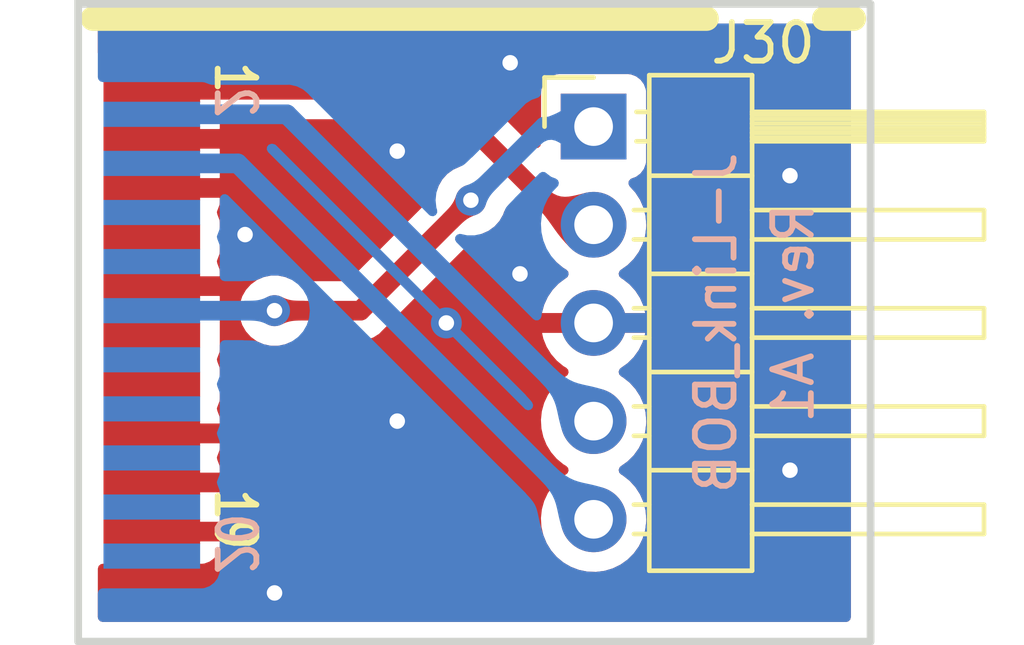
<source format=kicad_pcb>
(kicad_pcb (version 20211014) (generator pcbnew)
  (title_block (title "J-Link_BOB") (date "2023-04-16") (rev "A1") (company "MAG Laboratory"))
  (layers (0 "F.Cu" signal) (31 "B.Cu" signal) (34 "B.Paste" user) (35 "F.Paste" user) (36 "B.SilkS" user "B.Silkscreen") (37 "F.SilkS" user "F.Silkscreen") (38 "B.Mask" user) (39 "F.Mask" user) (44 "Edge.Cuts" user))
  (net 0 "")
  (net 1 "/VTARGET")
  (net 2 "/SWDIO")
  (net 3 "GND")
  (net 4 "/SWCLK")
  (net 8 "/~{RESET}")
  (footprint "THIS:PAD_2.5x0.65mm" (layer "F.Cu") (at 131.29 110.8925)
    (fp_text reference "J13")
    (fp_text value "Conn_01x01_Female")
    (pad "1" smd rect (at 0 0) (size 2.5 0.65) (layers "F.Cu" "F.Paste" "F.Mask"))
  )
  (footprint "THIS:PAD_2.5x0.65mm" (layer "F.Cu") (at 131.29 114.7025)
    (fp_text reference "J19")
    (fp_text value "Conn_01x01_Female")
    (pad "1" smd rect (at 0 0) (size 2.5 0.65) (layers "F.Cu" "F.Paste" "F.Mask") (net 3 "GND"))
  )
  (footprint "THIS:PAD_2.5x0.65mm" (layer "F.Cu") (at 131.29 113.4325)
    (fp_text reference "J17")
    (fp_text value "Conn_01x01_Female")
    (pad "1" smd rect (at 0 0) (size 2.5 0.65) (layers "F.Cu" "F.Paste" "F.Mask") (net 3 "GND"))
  )
  (footprint "THIS:PAD_2.5x0.65mm" (layer "F.Cu") (at 131.29 112.1625)
    (fp_text reference "J15")
    (fp_text value "Conn_01x01_Female")
    (pad "1" smd rect (at 0 0) (size 2.5 0.65) (layers "F.Cu" "F.Paste" "F.Mask") (net 3 "GND"))
  )
  (footprint "THIS:PAD_2.5x0.65mm" (layer "F.Cu") (at 131.29 108.3525)
    (fp_text reference "J9")
    (fp_text value "Conn_01x01_Female")
    (pad "1" smd rect (at 0 0) (size 2.5 0.65) (layers "F.Cu" "F.Paste" "F.Mask") (net 3 "GND"))
  )
  (footprint "THIS:PAD_2.5x0.65mm" (layer "F.Cu") (at 131.29 104.5425)
    (fp_text reference "J3")
    (fp_text value "Conn_01x01_Female")
    (pad "1" smd rect (at 0 0) (size 2.5 0.65) (layers "F.Cu" "F.Paste" "F.Mask") (net 3 "GND"))
  )
  (footprint "Connector_PinHeader_2.54mm:PinHeader_1x05_P2.54mm_Horizontal" (layer "F.Cu") (at 142.72 104.225)
    (fp_text reference "J30" (at 4.385 -2.159) (layer "F.SilkS"))
    (fp_text value "Conn_01x05_Male")
    (fp_line (start 1.042929 5.46) (end 1.44 5.46) (layer "F.SilkS") (width 0.12))
    (fp_line (start 1.042929 4.7) (end 1.44 4.7) (layer "F.SilkS") (width 0.12))
    (fp_line (start 1.042929 7.24) (end 1.44 7.24) (layer "F.SilkS") (width 0.12))
    (fp_line (start 4.1 0.04) (end 10.1 0.04) (layer "F.SilkS") (width 0.12))
    (fp_line (start -1.27 -1.27) (end 0 -1.27) (layer "F.SilkS") (width 0.12))
    (fp_line (start 1.44 3.81) (end 4.1 3.81) (layer "F.SilkS") (width 0.12))
    (fp_line (start 4.1 4.7) (end 10.1 4.7) (layer "F.SilkS") (width 0.12))
    (fp_line (start 10.1 10.54) (end 4.1 10.54) (layer "F.SilkS") (width 0.12))
    (fp_line (start 1.44 1.27) (end 4.1 1.27) (layer "F.SilkS") (width 0.12))
    (fp_line (start 1.042929 10.54) (end 1.44 10.54) (layer "F.SilkS") (width 0.12))
    (fp_line (start 4.1 -0.38) (end 10.1 -0.38) (layer "F.SilkS") (width 0.12))
    (fp_line (start 4.1 -0.32) (end 10.1 -0.32) (layer "F.SilkS") (width 0.12))
    (fp_line (start 4.1 7.24) (end 10.1 7.24) (layer "F.SilkS") (width 0.12))
    (fp_line (start 1.042929 9.78) (end 1.44 9.78) (layer "F.SilkS") (width 0.12))
    (fp_line (start 1.44 8.89) (end 4.1 8.89) (layer "F.SilkS") (width 0.12))
    (fp_line (start 1.042929 2.16) (end 1.44 2.16) (layer "F.SilkS") (width 0.12))
    (fp_line (start 10.1 -0.38) (end 10.1 0.38) (layer "F.SilkS") (width 0.12))
    (fp_line (start 10.1 7.24) (end 10.1 8) (layer "F.SilkS") (width 0.12))
    (fp_line (start 1.44 -1.33) (end 1.44 11.49) (layer "F.SilkS") (width 0.12))
    (fp_line (start 4.1 0.28) (end 10.1 0.28) (layer "F.SilkS") (width 0.12))
    (fp_line (start 1.042929 2.92) (end 1.44 2.92) (layer "F.SilkS") (width 0.12))
    (fp_line (start 10.1 2.16) (end 10.1 2.92) (layer "F.SilkS") (width 0.12))
    (fp_line (start 4.1 -0.2) (end 10.1 -0.2) (layer "F.SilkS") (width 0.12))
    (fp_line (start 4.1 2.16) (end 10.1 2.16) (layer "F.SilkS") (width 0.12))
    (fp_line (start 10.1 9.78) (end 10.1 10.54) (layer "F.SilkS") (width 0.12))
    (fp_line (start 10.1 0.38) (end 4.1 0.38) (layer "F.SilkS") (width 0.12))
    (fp_line (start -1.27 0) (end -1.27 -1.27) (layer "F.SilkS") (width 0.12))
    (fp_line (start 1.11 0.38) (end 1.44 0.38) (layer "F.SilkS") (width 0.12))
    (fp_line (start 10.1 5.46) (end 4.1 5.46) (layer "F.SilkS") (width 0.12))
    (fp_line (start 10.1 2.92) (end 4.1 2.92) (layer "F.SilkS") (width 0.12))
    (fp_line (start 1.44 6.35) (end 4.1 6.35) (layer "F.SilkS") (width 0.12))
    (fp_line (start 4.1 -0.08) (end 10.1 -0.08) (layer "F.SilkS") (width 0.12))
    (fp_line (start 10.1 4.7) (end 10.1 5.46) (layer "F.SilkS") (width 0.12))
    (fp_line (start 4.1 9.78) (end 10.1 9.78) (layer "F.SilkS") (width 0.12))
    (fp_line (start 10.1 8) (end 4.1 8) (layer "F.SilkS") (width 0.12))
    (fp_line (start 1.042929 8) (end 1.44 8) (layer "F.SilkS") (width 0.12))
    (fp_line (start 4.1 -1.33) (end 1.44 -1.33) (layer "F.SilkS") (width 0.12))
    (fp_line (start 1.11 -0.38) (end 1.44 -0.38) (layer "F.SilkS") (width 0.12))
    (fp_line (start 4.1 11.49) (end 4.1 -1.33) (layer "F.SilkS") (width 0.12))
    (fp_line (start 1.44 11.49) (end 4.1 11.49) (layer "F.SilkS") (width 0.12))
    (fp_line (start 4.1 0.16) (end 10.1 0.16) (layer "F.SilkS") (width 0.12))
    (pad "1" thru_hole rect (at 0 0) (size 1.7 1.7) (drill 1) (layers *.Cu *.Mask) (net 8 "/~{RESET}"))
    (pad "2" thru_hole oval (at 0 2.54) (size 1.7 1.7) (drill 1) (layers *.Cu *.Mask) (net 1 "/VTARGET"))
    (pad "3" thru_hole oval (at 0 5.08) (size 1.7 1.7) (drill 1) (layers *.Cu *.Mask) (net 3 "GND"))
    (pad "4" thru_hole oval (at 0 7.62) (size 1.7 1.7) (drill 1) (layers *.Cu *.Mask) (net 2 "/SWDIO"))
    (pad "5" thru_hole oval (at 0 10.16) (size 1.7 1.7) (drill 1) (layers *.Cu *.Mask) (net 4 "/SWCLK"))
  )
  (footprint "THIS:PAD_2.5x0.65mm" (layer "F.Cu") (at 131.29 107.0825)
    (fp_text reference "J7")
    (fp_text value "Conn_01x01_Female")
    (pad "1" smd rect (at 0 0) (size 2.5 0.65) (layers "F.Cu" "F.Paste" "F.Mask"))
  )
  (footprint "THIS:PAD_2.5x0.65mm" (layer "F.Cu") (at 131.29 103.2725)
    (fp_text reference "J1")
    (fp_text value "Conn_01x01_Female")
    (pad "1" smd rect (at 0 0) (size 2.5 0.65) (layers "F.Cu" "F.Paste" "F.Mask") (net 1 "/VTARGET"))
  )
  (footprint "THIS:PAD_2.5x0.65mm" (layer "F.Cu") (at 131.29 105.8125)
    (fp_text reference "J5")
    (fp_text value "Conn_01x01_Female")
    (pad "1" smd rect (at 0 0) (size 2.5 0.65) (layers "F.Cu" "F.Paste" "F.Mask") (net 3 "GND"))
  )
  (footprint "THIS:PAD_2.5x0.65mm" (layer "F.Cu") (at 131.29 109.6225)
    (fp_text reference "J11")
    (fp_text value "Conn_01x01_Female")
    (pad "1" smd rect (at 0 0) (size 2.5 0.65) (layers "F.Cu" "F.Paste" "F.Mask"))
  )
  (footprint "THIS:PAD_2.5x0.65mm" (layer "B.Cu") (at 131.29 112.7975 180)
    (fp_text reference "J16")
    (fp_text value "Conn_01x01_Female")
    (pad "1" smd rect (at 0 0 180) (size 2.5 0.65) (layers "B.Cu" "B.Paste" "B.Mask"))
  )
  (footprint "THIS:PAD_2.5x0.65mm" (layer "B.Cu") (at 131.29 107.7175 180)
    (fp_text reference "J8")
    (fp_text value "Conn_01x01_Female")
    (pad "1" smd rect (at 0 0 180) (size 2.5 0.65) (layers "B.Cu" "B.Paste" "B.Mask"))
  )
  (footprint "THIS:PAD_2.5x0.65mm" (layer "B.Cu") (at 131.29 103.9075 180)
    (fp_text reference "J2")
    (fp_text value "Conn_01x01_Female")
    (pad "1" smd rect (at 0 0 180) (size 2.5 0.65) (layers "B.Cu" "B.Paste" "B.Mask") (net 2 "/SWDIO"))
  )
  (footprint "THIS:PAD_2.5x0.65mm" (layer "B.Cu") (at 131.29 106.4475 180)
    (fp_text reference "J6")
    (fp_text value "Conn_01x01_Female")
    (pad "1" smd rect (at 0 0 180) (size 2.5 0.65) (layers "B.Cu" "B.Paste" "B.Mask"))
  )
  (footprint "THIS:PAD_2.5x0.65mm" (layer "B.Cu") (at 131.29 115.3375 180)
    (fp_text reference "J20")
    (fp_text value "Conn_01x01_Female")
    (pad "1" smd rect (at 0 0 180) (size 2.5 0.65) (layers "B.Cu" "B.Paste" "B.Mask"))
  )
  (footprint "THIS:PAD_2.5x0.65mm" (layer "B.Cu") (at 131.29 105.1775 180)
    (fp_text reference "J4")
    (fp_text value "Conn_01x01_Female")
    (pad "1" smd rect (at 0 0 180) (size 2.5 0.65) (layers "B.Cu" "B.Paste" "B.Mask") (net 4 "/SWCLK"))
  )
  (footprint "THIS:PAD_2.5x0.65mm" (layer "B.Cu") (at 131.29 108.9875 180)
    (fp_text reference "J10")
    (fp_text value "Conn_01x01_Female")
    (pad "1" smd rect (at 0 0 180) (size 2.5 0.65) (layers "B.Cu" "B.Paste" "B.Mask") (net 8 "/~{RESET}"))
  )
  (footprint "THIS:PAD_2.5x0.65mm" (layer "B.Cu") (at 131.29 114.0675 180)
    (fp_text reference "J18")
    (fp_text value "Conn_01x01_Female")
    (pad "1" smd rect (at 0 0 180) (size 2.5 0.65) (layers "B.Cu" "B.Paste" "B.Mask"))
  )
  (footprint "THIS:PAD_2.5x0.65mm" (layer "B.Cu") (at 131.29 110.2575 180)
    (fp_text reference "J12")
    (fp_text value "Conn_01x01_Female")
    (pad "1" smd rect (at 0 0 180) (size 2.5 0.65) (layers "B.Cu" "B.Paste" "B.Mask"))
  )
  (footprint "THIS:PAD_2.5x0.65mm" (layer "B.Cu") (at 131.29 111.5275 180)
    (fp_text reference "J14")
    (fp_text value "Conn_01x01_Female")
    (pad "1" smd rect (at 0 0 180) (size 2.5 0.65) (layers "B.Cu" "B.Paste" "B.Mask"))
  )
  (gr_line (start 129.766 101.431) (end 145.641 101.431) (layer "F.SilkS") (width 0.635))
  (gr_line (start 148.689 101.431) (end 149.451 101.431) (layer "F.SilkS") (width 0.635))
  (gr_rect (start 129.385 101.05) (end 149.885 117.55) (layer "Edge.Cuts") (width 0.2) (fill none))
  (gr_text "20" (at 133.449 115.02 -90) (layer "B.SilkS") (effects (font (size 1 0.8)) (justify mirror)))
  (gr_text "2" (at 133.449 103.59 -90) (layer "B.SilkS") (effects (font (size 1 0.8)) (justify mirror)))
  (gr_text "${TITLE}" (at 145.885 109.305 90) (layer "B.SilkS") (effects (font (size 1 1)) (justify mirror)))
  (gr_text "Rev. ${REVISION}" (at 147.885 109.05 90) (layer "B.SilkS") (effects (font (size 1 1)) (justify mirror)))
  (gr_text "19" (at 133.449 114.385 270) (layer "F.SilkS") (effects (font (size 1 0.8))))
  (gr_text "1" (at 133.449 102.955 270) (layer "F.SilkS") (effects (font (size 1 0.8))))
  (segment (start 142.085 106.765) (end 138.5925 103.2725) (width 0.508) (layer "F.Cu") (net 1))
  (segment (start 142.72 106.765) (end 142.085 106.765) (width 0.25) (layer "F.Cu") (net 1))
  (segment (start 138.5925 103.2725) (end 131.29 103.2725) (width 0.508) (layer "F.Cu") (net 1))
  (segment (start 131.29 103.9075) (end 134.7825 103.9075) (width 0.508) (layer "B.Cu") (net 2))
  (segment (start 134.7825 103.9075) (end 142.72 111.845) (width 0.508) (layer "B.Cu") (net 2))
  (segment (start 131.29 112.1625) (end 135.4175 112.1625) (width 0.508) (layer "F.Cu") (net 3))
  (segment (start 135.4175 112.1625) (end 138.275 109.305) (width 0.508) (layer "F.Cu") (net 3))
  (segment (start 138.91 109.305) (end 142.72 109.305) (width 0.508) (layer "F.Cu") (net 3))
  (segment (start 138.275 109.305) (end 138.91 109.305) (width 0.508) (layer "F.Cu") (net 3))
  (via (at 147.8 105.495) (size 0.8) (drill 0.4) (layers "F.Cu" "B.Cu") (net 3))
  (via (at 140.561 102.574) (size 0.8) (drill 0.4) (layers "F.Cu" "B.Cu") (net 3))
  (via (at 134.465 116.29) (size 0.8) (drill 0.4) (layers "F.Cu" "B.Cu") (net 3))
  (via (at 140.815 108.035) (size 0.8) (drill 0.4) (layers "F.Cu" "B.Cu") (net 3))
  (via (at 138.91 109.305) (size 0.8) (drill 0.4) (layers "F.Cu" "B.Cu") (net 3))
  (via (at 137.64 104.86) (size 0.8) (drill 0.4) (layers "F.Cu" "B.Cu") (net 3))
  (via (at 147.8 113.115) (size 0.8) (drill 0.4) (layers "F.Cu" "B.Cu") (net 3))
  (via (at 137.64 111.845) (size 0.8) (drill 0.4) (layers "F.Cu" "B.Cu") (net 3))
  (via (at 133.703 107.019) (size 0.8) (drill 0.4) (layers "F.Cu" "B.Cu") (net 3))
  (segment (start 133.5125 105.1775) (end 142.72 114.385) (width 0.508) (layer "B.Cu") (net 4))
  (segment (start 131.29 105.1775) (end 133.5125 105.1775) (width 0.508) (layer "B.Cu") (net 4))
  (segment (start 136.6875 108.9875) (end 139.545 106.13) (width 0.508) (layer "F.Cu") (net 8))
  (segment (start 134.465 108.9875) (end 136.6875 108.9875) (width 0.508) (layer "F.Cu") (net 8))
  (via (at 134.465 108.9875) (size 0.8) (drill 0.4) (layers "F.Cu" "B.Cu") (net 8))
  (via (at 139.545 106.13) (size 0.8) (drill 0.4) (layers "F.Cu" "B.Cu") (net 8))
  (segment (start 142.72 104.225) (end 141.45 104.225) (width 0.508) (layer "B.Cu") (net 8))
  (segment (start 134.465 108.9875) (end 131.29 108.9875) (width 0.508) (layer "B.Cu") (net 8))
  (segment (start 141.45 104.225) (end 139.545 106.13) (width 0.508) (layer "B.Cu") (net 8))
  (zone (net 8) (net_name "/~{RESET}") (layer "F.Cu") (priority 16962) (connect_pads yes (clearance 0)) (min_thickness 0.0254) (fill yes (thermal_gap 0.508) (thermal_bridge_width 0.508))
    (polygon (pts (xy 139.165992 106.868218) (xy 139.228166 106.806466) (xy 139.283308 106.753071) (xy 139.333126 106.707041) (xy 139.379329 106.667386) (xy 139.423624 106.633115) (xy 139.46772 106.603238) (xy 139.513324 106.576762) (xy 139.562145 106.552699) (xy 139.615891 106.530057) (xy 139.67627 106.507846) (xy 139.686421 105.988579) (xy 139.167154 105.99873) (xy 139.144942 106.059108) (xy 139.1223 106.112854) (xy 139.098237 106.161675) (xy 139.071761 106.207279) (xy 139.041884 106.251375) (xy 139.007613 106.29567) (xy 138.967958 106.341873) (xy 138.921928 106.391691) (xy 138.868533 106.446833) (xy 138.806782 106.509008)))
  )
  (zone (net 3) (net_name "GND") (layers F&B.Cu) (connect_pads (clearance 0.508)) (min_thickness 0.254) (fill yes (thermal_gap 0.508) (thermal_bridge_width 0.508) (smoothing fillet) (radius 0.254))
    (polygon (pts (xy 149.705 117.56) (xy 129.385 117.56) (xy 129.385 101.05) (xy 149.705 101.05)))
  )
  (zone (net 1) (net_name "/VTARGET") (layer "F.Cu") (priority 16962) (connect_pads yes (clearance 0)) (min_thickness 0.0254) (fill yes (thermal_gap 0.508) (thermal_bridge_width 0.508))
    (polygon (pts (xy 131.935 103.0185) (xy 131.862898 103.019032) (xy 131.797555 103.020223) (xy 131.73825 103.021459) (xy 131.684263 103.022129) (xy 131.634873 103.021621) (xy 131.589359 103.019324) (xy 131.547002 103.014625) (xy 131.507081 103.006912) (xy 131.468875 102.995575) (xy 131.431664 102.98) (xy 131.1275 103.2725) (xy 131.431664 103.565) (xy 131.468875 103.549424) (xy 131.507081 103.538087) (xy 131.547002 103.530374) (xy 131.589359 103.525675) (xy 131.634873 103.523378) (xy 131.684263 103.52287) (xy 131.73825 103.52354) (xy 131.797555 103.524776) (xy 131.862898 103.525967) (xy 131.935 103.5265)))
  )
  (zone (net 1) (net_name "/VTARGET") (layer "F.Cu") (priority 16962) (connect_pads yes (clearance 0)) (min_thickness 0.0254) (fill yes (thermal_gap 0.508) (thermal_bridge_width 0.508))
    (polygon (pts (xy 141.106366 106.145576) (xy 141.257984 106.303014) (xy 141.380827 106.441655) (xy 141.48149 106.5656) (xy 141.566566 106.678946) (xy 141.642649 106.785794) (xy 141.716333 106.890243) (xy 141.794212 106.996392) (xy 141.88288 107.108342) (xy 141.988931 107.230191) (xy 142.11896 107.36604) (xy 143.13348 106.863278) (xy 142.536437 105.935058) (xy 142.406807 105.965536) (xy 142.287988 105.994723) (xy 142.177805 106.019323) (xy 142.074083 106.036042) (xy 141.974645 106.041585) (xy 141.877315 106.032658) (xy 141.779919 106.005967) (xy 141.680281 105.958218) (xy 141.576225 105.886115) (xy 141.465576 105.786366)))
  )
  (zone (net 8) (net_name "/~{RESET}") (layer "F.Cu") (priority 16962) (connect_pads yes (clearance 0)) (min_thickness 0.0254) (fill yes (thermal_gap 0.508) (thermal_bridge_width 0.508))
    (polygon (pts (xy 135.255 108.7335) (xy 135.167371 108.7332) (xy 135.090623 108.731965) (xy 135.022848 108.729286) (xy 134.962137 108.724656) (xy 134.906582 108.717568) (xy 134.854275 108.707514) (xy 134.803307 108.693988) (xy 134.75177 108.676481) (xy 134.697755 108.654488) (xy 134.639355 108.6275) (xy 134.265 108.9875) (xy 134.639355 109.3475) (xy 134.697755 109.320511) (xy 134.75177 109.298518) (xy 134.803307 109.281011) (xy 134.854275 109.267485) (xy 134.906582 109.257431) (xy 134.962137 109.250343) (xy 135.022848 109.245713) (xy 135.090623 109.243034) (xy 135.167371 109.241799) (xy 135.255 109.2415)))
  )
  (zone (net 4) (net_name "/SWCLK") (layer "B.Cu") (priority 16962) (connect_pads yes (clearance 0)) (min_thickness 0.0254) (fill yes (thermal_gap 0.508) (thermal_bridge_width 0.508))
    (polygon (pts (xy 141.345386 113.369596) (xy 141.477584 113.511933) (xy 141.577835 113.641305) (xy 141.651867 113.7615) (xy 141.705406 113.876303) (xy 141.744182 113.989501) (xy 141.773922 114.10488) (xy 141.800353 114.226228) (xy 141.829204 114.357331) (xy 141.866202 114.501976) (xy 141.917076 114.663949) (xy 143.02052 114.68552) (xy 142.998949 113.582076) (xy 142.836976 113.531202) (xy 142.692331 113.494204) (xy 142.561228 113.465353) (xy 142.43988 113.438922) (xy 142.324501 113.409182) (xy 142.211303 113.370406) (xy 142.0965 113.316867) (xy 141.976305 113.242835) (xy 141.846933 113.142584) (xy 141.704596 113.010386)))
  )
  (zone (net 2) (net_name "/SWDIO") (layer "B.Cu") (priority 16962) (connect_pads yes (clearance 0)) (min_thickness 0.0254) (fill yes (thermal_gap 0.508) (thermal_bridge_width 0.508))
    (polygon (pts (xy 141.345386 110.829596) (xy 141.477584 110.971933) (xy 141.577835 111.101305) (xy 141.651867 111.2215) (xy 141.705406 111.336303) (xy 141.744182 111.449501) (xy 141.773922 111.56488) (xy 141.800353 111.686228) (xy 141.829204 111.817331) (xy 141.866202 111.961976) (xy 141.917076 112.123949) (xy 143.02052 112.14552) (xy 142.998949 111.042076) (xy 142.836976 110.991202) (xy 142.692331 110.954204) (xy 142.561228 110.925353) (xy 142.43988 110.898922) (xy 142.324501 110.869182) (xy 142.211303 110.830406) (xy 142.0965 110.776867) (xy 141.976305 110.702835) (xy 141.846933 110.602584) (xy 141.704596 110.470386)))
  )
  (zone (net 2) (net_name "/SWDIO") (layer "B.Cu") (priority 16962) (connect_pads yes (clearance 0)) (min_thickness 0.0254) (fill yes (thermal_gap 0.508) (thermal_bridge_width 0.508))
    (polygon (pts (xy 131.935 103.6535) (xy 131.862898 103.654032) (xy 131.797555 103.655223) (xy 131.73825 103.656459) (xy 131.684263 103.657129) (xy 131.634873 103.656621) (xy 131.589359 103.654324) (xy 131.547002 103.649625) (xy 131.507081 103.641912) (xy 131.468875 103.630575) (xy 131.431664 103.615) (xy 131.1275 103.9075) (xy 131.431664 104.2) (xy 131.468875 104.184424) (xy 131.507081 104.173087) (xy 131.547002 104.165374) (xy 131.589359 104.160675) (xy 131.634873 104.158378) (xy 131.684263 104.15787) (xy 131.73825 104.15854) (xy 131.797555 104.159776) (xy 131.862898 104.160967) (xy 131.935 104.1615)))
  )
  (zone (net 4) (net_name "/SWCLK") (layer "B.Cu") (priority 16962) (connect_pads yes (clearance 0)) (min_thickness 0.0254) (fill yes (thermal_gap 0.508) (thermal_bridge_width 0.508))
    (polygon (pts (xy 131.935 104.9235) (xy 131.862898 104.924032) (xy 131.797555 104.925223) (xy 131.73825 104.926459) (xy 131.684263 104.927129) (xy 131.634873 104.926621) (xy 131.589359 104.924324) (xy 131.547002 104.919625) (xy 131.507081 104.911912) (xy 131.468875 104.900575) (xy 131.431664 104.885) (xy 131.1275 105.1775) (xy 131.431664 105.47) (xy 131.468875 105.454424) (xy 131.507081 105.443087) (xy 131.547002 105.435374) (xy 131.589359 105.430675) (xy 131.634873 105.428378) (xy 131.684263 105.42787) (xy 131.73825 105.42854) (xy 131.797555 105.429776) (xy 131.862898 105.430967) (xy 131.935 105.4315)))
  )
  (zone (net 8) (net_name "/~{RESET}") (layer "B.Cu") (priority 16962) (connect_pads yes (clearance 0)) (min_thickness 0.0254) (fill yes (thermal_gap 0.508) (thermal_bridge_width 0.508))
    (polygon (pts (xy 139.924008 105.391782) (xy 139.861833 105.453533) (xy 139.806691 105.506928) (xy 139.756873 105.552958) (xy 139.71067 105.592613) (xy 139.666375 105.626884) (xy 139.622279 105.656761) (xy 139.576675 105.683237) (xy 139.527854 105.7073) (xy 139.474108 105.729942) (xy 139.41373 105.752154) (xy 139.403579 106.271421) (xy 139.922846 106.26127) (xy 139.945057 106.200891) (xy 139.967699 106.147145) (xy 139.991762 106.098324) (xy 140.018238 106.05272) (xy 140.048115 106.008624) (xy 140.082386 105.964329) (xy 140.122041 105.918126) (xy 140.168071 105.868308) (xy 140.221466 105.813166) (xy 140.283218 105.750992)))
  )
  (zone (net 8) (net_name "/~{RESET}") (layer "B.Cu") (priority 16962) (connect_pads yes (clearance 0)) (min_thickness 0.0254) (fill yes (thermal_gap 0.508) (thermal_bridge_width 0.508))
    (polygon (pts (xy 133.675 109.2415) (xy 133.762628 109.241799) (xy 133.839376 109.243034) (xy 133.907151 109.245713) (xy 133.967862 109.250343) (xy 134.023417 109.257431) (xy 134.075724 109.267485) (xy 134.126692 109.281011) (xy 134.178229 109.298518) (xy 134.232244 109.320511) (xy 134.290645 109.3475) (xy 134.665 108.9875) (xy 134.290645 108.6275) (xy 134.232244 108.654488) (xy 134.178229 108.676481) (xy 134.126692 108.693988) (xy 134.075724 108.707514) (xy 134.023417 108.717568) (xy 133.967862 108.724656) (xy 133.907151 108.729286) (xy 133.839376 108.731965) (xy 133.762628 108.7332) (xy 133.675 108.7335)))
  )
  (zone (net 8) (net_name "/~{RESET}") (layer "B.Cu") (priority 16962) (connect_pads yes (clearance 0)) (min_thickness 0.0254) (fill yes (thermal_gap 0.508) (thermal_bridge_width 0.508))
    (polygon (pts (xy 131.935 108.7335) (xy 131.862898 108.734032) (xy 131.797555 108.735223) (xy 131.73825 108.736459) (xy 131.684263 108.737129) (xy 131.634873 108.736621) (xy 131.589359 108.734324) (xy 131.547002 108.729625) (xy 131.507081 108.721912) (xy 131.468875 108.710575) (xy 131.431664 108.695) (xy 131.1275 108.9875) (xy 131.431664 109.28) (xy 131.468875 109.264424) (xy 131.507081 109.253087) (xy 131.547002 109.245374) (xy 131.589359 109.240675) (xy 131.634873 109.238378) (xy 131.684263 109.23787) (xy 131.73825 109.23854) (xy 131.797555 109.239776) (xy 131.862898 109.240967) (xy 131.935 109.2415)))
  )
  (zone (net 8) (net_name "/~{RESET}") (layer "B.Cu") (priority 16962) (connect_pads yes (clearance 0)) (min_thickness 0.0254) (fill yes (thermal_gap 0.508) (thermal_bridge_width 0.508))
    (polygon (pts (xy 141.32555 104.708661) (xy 141.434389 104.61995) (xy 141.536875 104.574704) (xy 141.634855 104.56636) (xy 141.730172 104.588357) (xy 141.824672 104.634132) (xy 141.9202 104.697122) (xy 142.018601 104.770767) (xy 142.12172 104.848502) (xy 142.231402 104.923767) (xy 142.349494 104.99) (xy 143.145 104.225) (xy 142.11896 103.62396) (xy 141.999366 103.731593) (xy 141.88678 103.811717) (xy 141.778936 103.871723) (xy 141.673565 103.919004) (xy 141.568401 103.960952) (xy 141.461177 104.004961) (xy 141.349626 104.058422) (xy 141.231481 104.128729) (xy 141.104474 104.223274) (xy 140.966339 104.34945)))
  )
)
</source>
